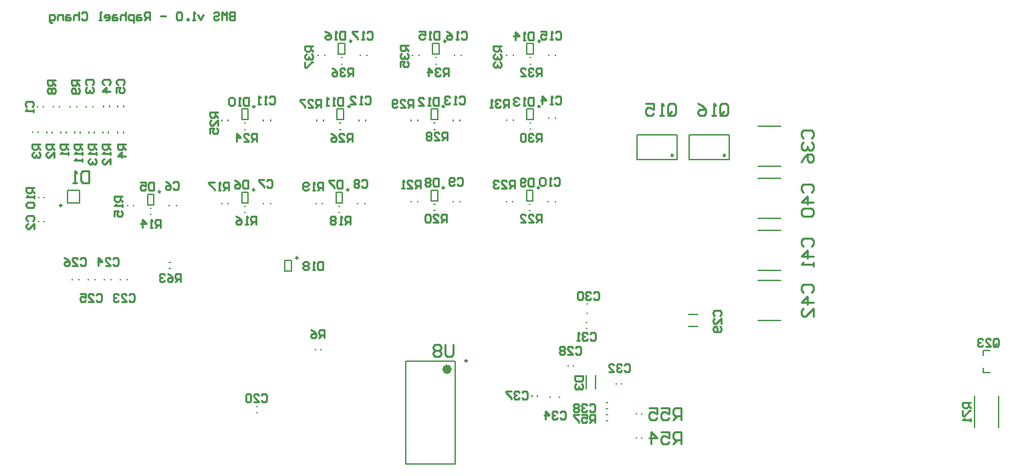
<source format=gbo>
G04 Layer_Color=32896*
%FSAX24Y24*%
%MOIN*%
G70*
G01*
G75*
%ADD44C,0.0100*%
%ADD71C,0.0098*%
%ADD73C,0.0080*%
%ADD74C,0.0236*%
%ADD75C,0.0079*%
%ADD136C,0.0039*%
D44*
X032850Y031850D02*
X032450D01*
Y031650D01*
X032517Y031583D01*
X032650D01*
X032717Y031650D01*
Y031850D01*
Y031717D02*
X032850Y031583D01*
X032517Y031450D02*
X032450Y031383D01*
Y031250D01*
X032517Y031184D01*
X032583D01*
X032650Y031250D01*
Y031317D01*
Y031250D01*
X032717Y031184D01*
X032783D01*
X032850Y031250D01*
Y031383D01*
X032783Y031450D01*
X032450Y031050D02*
Y030784D01*
X032517D01*
X032783Y031050D01*
X032850D01*
X033350Y021100D02*
Y020700D01*
X033150D01*
X033083Y020767D01*
Y021033D01*
X033150Y021100D01*
X033350D01*
X032950Y020700D02*
X032817D01*
X032883D01*
Y021100D01*
X032950Y021033D01*
X032617D02*
X032550Y021100D01*
X032417D01*
X032350Y021033D01*
Y020967D01*
X032417Y020900D01*
X032350Y020833D01*
Y020767D01*
X032417Y020700D01*
X032550D01*
X032617Y020767D01*
Y020833D01*
X032550Y020900D01*
X032617Y020967D01*
Y021033D01*
X032550Y020900D02*
X032417D01*
X028950Y033550D02*
Y033150D01*
X028750D01*
X028683Y033217D01*
Y033283D01*
X028750Y033350D01*
X028950D01*
X028750D01*
X028683Y033417D01*
Y033483D01*
X028750Y033550D01*
X028950D01*
X028550Y033150D02*
Y033550D01*
X028417Y033417D01*
X028284Y033550D01*
Y033150D01*
X027884Y033483D02*
X027950Y033550D01*
X028084D01*
X028150Y033483D01*
Y033417D01*
X028084Y033350D01*
X027950D01*
X027884Y033283D01*
Y033217D01*
X027950Y033150D01*
X028084D01*
X028150Y033217D01*
X027351Y033417D02*
X027217Y033150D01*
X027084Y033417D01*
X026951Y033150D02*
X026817D01*
X026884D01*
Y033550D01*
X026951Y033483D01*
X026617Y033150D02*
Y033217D01*
X026551D01*
Y033150D01*
X026617D01*
X026284Y033483D02*
X026218Y033550D01*
X026084D01*
X026018Y033483D01*
Y033217D01*
X026084Y033150D01*
X026218D01*
X026284Y033217D01*
Y033483D01*
X025484Y033350D02*
X025218D01*
X024685Y033150D02*
Y033550D01*
X024485D01*
X024418Y033483D01*
Y033350D01*
X024485Y033283D01*
X024685D01*
X024551D02*
X024418Y033150D01*
X024218Y033417D02*
X024085D01*
X024018Y033350D01*
Y033150D01*
X024218D01*
X024285Y033217D01*
X024218Y033283D01*
X024018D01*
X023885Y033017D02*
Y033417D01*
X023685D01*
X023618Y033350D01*
Y033217D01*
X023685Y033150D01*
X023885D01*
X023485Y033550D02*
Y033150D01*
Y033350D01*
X023418Y033417D01*
X023285D01*
X023219Y033350D01*
Y033150D01*
X023019Y033417D02*
X022885D01*
X022819Y033350D01*
Y033150D01*
X023019D01*
X023085Y033217D01*
X023019Y033283D01*
X022819D01*
X022485Y033150D02*
X022619D01*
X022685Y033217D01*
Y033350D01*
X022619Y033417D01*
X022485D01*
X022419Y033350D01*
Y033283D01*
X022685D01*
X022285Y033150D02*
X022152D01*
X022219D01*
Y033550D01*
X022285D01*
X021286Y033483D02*
X021352Y033550D01*
X021486D01*
X021552Y033483D01*
Y033217D01*
X021486Y033150D01*
X021352D01*
X021286Y033217D01*
X021153Y033550D02*
Y033150D01*
Y033350D01*
X021086Y033417D01*
X020953D01*
X020886Y033350D01*
Y033150D01*
X020686Y033417D02*
X020553D01*
X020486Y033350D01*
Y033150D01*
X020686D01*
X020753Y033217D01*
X020686Y033283D01*
X020486D01*
X020353Y033150D02*
Y033417D01*
X020153D01*
X020086Y033350D01*
Y033150D01*
X019820Y033017D02*
X019753D01*
X019686Y033083D01*
Y033417D01*
X019886D01*
X019953Y033350D01*
Y033217D01*
X019886Y033150D01*
X019686D01*
X039850Y016950D02*
Y016450D01*
X039750Y016350D01*
X039550D01*
X039450Y016450D01*
Y016950D01*
X039250Y016850D02*
X039150Y016950D01*
X038950D01*
X038850Y016850D01*
Y016750D01*
X038950Y016650D01*
X038850Y016550D01*
Y016450D01*
X038950Y016350D01*
X039150D01*
X039250Y016450D01*
Y016550D01*
X039150Y016650D01*
X039250Y016750D01*
Y016850D01*
X039150Y016650D02*
X038950D01*
X018567Y028833D02*
X018500Y028900D01*
Y029033D01*
X018567Y029100D01*
X018833D01*
X018900Y029033D01*
Y028900D01*
X018833Y028833D01*
X018900Y028700D02*
Y028567D01*
Y028633D01*
X018500D01*
X018567Y028700D01*
X018617Y023133D02*
X018550Y023200D01*
Y023333D01*
X018617Y023400D01*
X018883D01*
X018950Y023333D01*
Y023200D01*
X018883Y023133D01*
X018950Y022734D02*
Y023000D01*
X018683Y022734D01*
X018617D01*
X018550Y022800D01*
Y022933D01*
X018617Y023000D01*
X021567Y029933D02*
X021500Y030000D01*
Y030133D01*
X021567Y030200D01*
X021833D01*
X021900Y030133D01*
Y030000D01*
X021833Y029933D01*
X021567Y029800D02*
X021500Y029733D01*
Y029600D01*
X021567Y029534D01*
X021633D01*
X021700Y029600D01*
Y029667D01*
Y029600D01*
X021767Y029534D01*
X021833D01*
X021900Y029600D01*
Y029733D01*
X021833Y029800D01*
X022417Y029933D02*
X022350Y030000D01*
Y030133D01*
X022417Y030200D01*
X022683D01*
X022750Y030133D01*
Y030000D01*
X022683Y029933D01*
X022750Y029600D02*
X022350D01*
X022550Y029800D01*
Y029534D01*
X023117Y029933D02*
X023050Y030000D01*
Y030133D01*
X023117Y030200D01*
X023383D01*
X023450Y030133D01*
Y030000D01*
X023383Y029933D01*
X023050Y029534D02*
Y029800D01*
X023250D01*
X023183Y029667D01*
Y029600D01*
X023250Y029534D01*
X023383D01*
X023450Y029600D01*
Y029733D01*
X023383Y029800D01*
X025883Y025033D02*
X025950Y025100D01*
X026083D01*
X026150Y025033D01*
Y024767D01*
X026083Y024700D01*
X025950D01*
X025883Y024767D01*
X025484Y025100D02*
X025617Y025033D01*
X025750Y024900D01*
Y024767D01*
X025683Y024700D01*
X025550D01*
X025484Y024767D01*
Y024833D01*
X025550Y024900D01*
X025750D01*
X030533Y025133D02*
X030600Y025200D01*
X030733D01*
X030800Y025133D01*
Y024867D01*
X030733Y024800D01*
X030600D01*
X030533Y024867D01*
X030400Y025200D02*
X030134D01*
Y025133D01*
X030400Y024867D01*
Y024800D01*
X035283Y025133D02*
X035350Y025200D01*
X035483D01*
X035550Y025133D01*
Y024867D01*
X035483Y024800D01*
X035350D01*
X035283Y024867D01*
X035150Y025133D02*
X035083Y025200D01*
X034950D01*
X034884Y025133D01*
Y025067D01*
X034950Y025000D01*
X034884Y024933D01*
Y024867D01*
X034950Y024800D01*
X035083D01*
X035150Y024867D01*
Y024933D01*
X035083Y025000D01*
X035150Y025067D01*
Y025133D01*
X035083Y025000D02*
X034950D01*
X040033Y025233D02*
X040100Y025300D01*
X040233D01*
X040300Y025233D01*
Y024967D01*
X040233Y024900D01*
X040100D01*
X040033Y024967D01*
X039900D02*
X039833Y024900D01*
X039700D01*
X039634Y024967D01*
Y025233D01*
X039700Y025300D01*
X039833D01*
X039900Y025233D01*
Y025167D01*
X039833Y025100D01*
X039634D01*
X044883Y025233D02*
X044950Y025300D01*
X045083D01*
X045150Y025233D01*
Y024967D01*
X045083Y024900D01*
X044950D01*
X044883Y024967D01*
X044750Y024900D02*
X044617D01*
X044683D01*
Y025300D01*
X044750Y025233D01*
X044417D02*
X044350Y025300D01*
X044217D01*
X044150Y025233D01*
Y024967D01*
X044217Y024900D01*
X044350D01*
X044417Y024967D01*
Y025233D01*
X030683Y029283D02*
X030750Y029350D01*
X030883D01*
X030950Y029283D01*
Y029017D01*
X030883Y028950D01*
X030750D01*
X030683Y029017D01*
X030550Y028950D02*
X030417D01*
X030483D01*
Y029350D01*
X030550Y029283D01*
X030217Y028950D02*
X030084D01*
X030150D01*
Y029350D01*
X030217Y029283D01*
X035433D02*
X035500Y029350D01*
X035633D01*
X035700Y029283D01*
Y029017D01*
X035633Y028950D01*
X035500D01*
X035433Y029017D01*
X035300Y028950D02*
X035167D01*
X035233D01*
Y029350D01*
X035300Y029283D01*
X034700Y028950D02*
X034967D01*
X034700Y029217D01*
Y029283D01*
X034767Y029350D01*
X034900D01*
X034967Y029283D01*
X040133D02*
X040200Y029350D01*
X040333D01*
X040400Y029283D01*
Y029017D01*
X040333Y028950D01*
X040200D01*
X040133Y029017D01*
X040000Y028950D02*
X039867D01*
X039933D01*
Y029350D01*
X040000Y029283D01*
X039667D02*
X039600Y029350D01*
X039467D01*
X039400Y029283D01*
Y029217D01*
X039467Y029150D01*
X039534D01*
X039467D01*
X039400Y029083D01*
Y029017D01*
X039467Y028950D01*
X039600D01*
X039667Y029017D01*
X044933Y029283D02*
X045000Y029350D01*
X045133D01*
X045200Y029283D01*
Y029017D01*
X045133Y028950D01*
X045000D01*
X044933Y029017D01*
X044800Y028950D02*
X044667D01*
X044733D01*
Y029350D01*
X044800Y029283D01*
X044267Y028950D02*
Y029350D01*
X044467Y029150D01*
X044200D01*
X044933Y032533D02*
X045000Y032600D01*
X045133D01*
X045200Y032533D01*
Y032267D01*
X045133Y032200D01*
X045000D01*
X044933Y032267D01*
X044800Y032200D02*
X044667D01*
X044733D01*
Y032600D01*
X044800Y032533D01*
X044200Y032600D02*
X044467D01*
Y032400D01*
X044334Y032467D01*
X044267D01*
X044200Y032400D01*
Y032267D01*
X044267Y032200D01*
X044400D01*
X044467Y032267D01*
X040233Y032533D02*
X040300Y032600D01*
X040433D01*
X040500Y032533D01*
Y032267D01*
X040433Y032200D01*
X040300D01*
X040233Y032267D01*
X040100Y032200D02*
X039967D01*
X040033D01*
Y032600D01*
X040100Y032533D01*
X039500Y032600D02*
X039634Y032533D01*
X039767Y032400D01*
Y032267D01*
X039700Y032200D01*
X039567D01*
X039500Y032267D01*
Y032333D01*
X039567Y032400D01*
X039767D01*
X035533Y032533D02*
X035600Y032600D01*
X035733D01*
X035800Y032533D01*
Y032267D01*
X035733Y032200D01*
X035600D01*
X035533Y032267D01*
X035400Y032200D02*
X035267D01*
X035333D01*
Y032600D01*
X035400Y032533D01*
X035067Y032600D02*
X034800D01*
Y032533D01*
X035067Y032267D01*
Y032200D01*
X030283Y014433D02*
X030350Y014500D01*
X030483D01*
X030550Y014433D01*
Y014167D01*
X030483Y014100D01*
X030350D01*
X030283Y014167D01*
X029884Y014100D02*
X030150D01*
X029884Y014367D01*
Y014433D01*
X029950Y014500D01*
X030083D01*
X030150Y014433D01*
X029750D02*
X029684Y014500D01*
X029550D01*
X029484Y014433D01*
Y014167D01*
X029550Y014100D01*
X029684D01*
X029750Y014167D01*
Y014433D01*
X023683Y019433D02*
X023750Y019500D01*
X023883D01*
X023950Y019433D01*
Y019167D01*
X023883Y019100D01*
X023750D01*
X023683Y019167D01*
X023284Y019100D02*
X023550D01*
X023284Y019367D01*
Y019433D01*
X023350Y019500D01*
X023483D01*
X023550Y019433D01*
X023150D02*
X023084Y019500D01*
X022950D01*
X022884Y019433D01*
Y019367D01*
X022950Y019300D01*
X023017D01*
X022950D01*
X022884Y019233D01*
Y019167D01*
X022950Y019100D01*
X023084D01*
X023150Y019167D01*
X022883Y021233D02*
X022950Y021300D01*
X023083D01*
X023150Y021233D01*
Y020967D01*
X023083Y020900D01*
X022950D01*
X022883Y020967D01*
X022484Y020900D02*
X022750D01*
X022484Y021167D01*
Y021233D01*
X022550Y021300D01*
X022683D01*
X022750Y021233D01*
X022150Y020900D02*
Y021300D01*
X022350Y021100D01*
X022084D01*
X022033Y019433D02*
X022100Y019500D01*
X022233D01*
X022300Y019433D01*
Y019167D01*
X022233Y019100D01*
X022100D01*
X022033Y019167D01*
X021634Y019100D02*
X021900D01*
X021634Y019367D01*
Y019433D01*
X021700Y019500D01*
X021833D01*
X021900Y019433D01*
X021234Y019500D02*
X021500D01*
Y019300D01*
X021367Y019367D01*
X021300D01*
X021234Y019300D01*
Y019167D01*
X021300Y019100D01*
X021434D01*
X021500Y019167D01*
X021233Y021233D02*
X021300Y021300D01*
X021433D01*
X021500Y021233D01*
Y020967D01*
X021433Y020900D01*
X021300D01*
X021233Y020967D01*
X020834Y020900D02*
X021100D01*
X020834Y021167D01*
Y021233D01*
X020900Y021300D01*
X021033D01*
X021100Y021233D01*
X020434Y021300D02*
X020567Y021233D01*
X020700Y021100D01*
Y020967D01*
X020634Y020900D01*
X020500D01*
X020434Y020967D01*
Y021033D01*
X020500Y021100D01*
X020700D01*
X045933Y016783D02*
X046000Y016850D01*
X046133D01*
X046200Y016783D01*
Y016517D01*
X046133Y016450D01*
X046000D01*
X045933Y016517D01*
X045534Y016450D02*
X045800D01*
X045534Y016717D01*
Y016783D01*
X045600Y016850D01*
X045733D01*
X045800Y016783D01*
X045400D02*
X045334Y016850D01*
X045200D01*
X045134Y016783D01*
Y016717D01*
X045200Y016650D01*
X045134Y016583D01*
Y016517D01*
X045200Y016450D01*
X045334D01*
X045400Y016517D01*
Y016583D01*
X045334Y016650D01*
X045400Y016717D01*
Y016783D01*
X045334Y016650D02*
X045200D01*
X052867Y018383D02*
X052800Y018450D01*
Y018583D01*
X052867Y018650D01*
X053133D01*
X053200Y018583D01*
Y018450D01*
X053133Y018383D01*
X053200Y017984D02*
Y018250D01*
X052933Y017984D01*
X052867D01*
X052800Y018050D01*
Y018183D01*
X052867Y018250D01*
X053133Y017850D02*
X053200Y017784D01*
Y017650D01*
X053133Y017584D01*
X052867D01*
X052800Y017650D01*
Y017784D01*
X052867Y017850D01*
X052933D01*
X053000Y017784D01*
Y017584D01*
X046830Y019533D02*
X046897Y019600D01*
X047030D01*
X047096Y019533D01*
Y019267D01*
X047030Y019200D01*
X046897D01*
X046830Y019267D01*
X046697Y019533D02*
X046630Y019600D01*
X046497D01*
X046430Y019533D01*
Y019467D01*
X046497Y019400D01*
X046563D01*
X046497D01*
X046430Y019333D01*
Y019267D01*
X046497Y019200D01*
X046630D01*
X046697Y019267D01*
X046297Y019533D02*
X046230Y019600D01*
X046097D01*
X046030Y019533D01*
Y019267D01*
X046097Y019200D01*
X046230D01*
X046297Y019267D01*
Y019533D01*
X046680Y017483D02*
X046747Y017550D01*
X046880D01*
X046946Y017483D01*
Y017217D01*
X046880Y017150D01*
X046747D01*
X046680Y017217D01*
X046547Y017483D02*
X046480Y017550D01*
X046347D01*
X046280Y017483D01*
Y017417D01*
X046347Y017350D01*
X046413D01*
X046347D01*
X046280Y017283D01*
Y017217D01*
X046347Y017150D01*
X046480D01*
X046547Y017217D01*
X046147Y017150D02*
X046013D01*
X046080D01*
Y017550D01*
X046147Y017483D01*
X048383Y015933D02*
X048450Y016000D01*
X048583D01*
X048650Y015933D01*
Y015667D01*
X048583Y015600D01*
X048450D01*
X048383Y015667D01*
X048250Y015933D02*
X048183Y016000D01*
X048050D01*
X047984Y015933D01*
Y015867D01*
X048050Y015800D01*
X048117D01*
X048050D01*
X047984Y015733D01*
Y015667D01*
X048050Y015600D01*
X048183D01*
X048250Y015667D01*
X047584Y015600D02*
X047850D01*
X047584Y015867D01*
Y015933D01*
X047650Y016000D01*
X047784D01*
X047850Y015933D01*
X045157Y013552D02*
X045224Y013619D01*
X045357D01*
X045424Y013552D01*
Y013286D01*
X045357Y013219D01*
X045224D01*
X045157Y013286D01*
X045024Y013552D02*
X044957Y013619D01*
X044824D01*
X044757Y013552D01*
Y013485D01*
X044824Y013419D01*
X044891D01*
X044824D01*
X044757Y013352D01*
Y013286D01*
X044824Y013219D01*
X044957D01*
X045024Y013286D01*
X044424Y013219D02*
Y013619D01*
X044624Y013419D01*
X044358D01*
X057300Y027250D02*
X057200Y027350D01*
Y027550D01*
X057300Y027650D01*
X057700D01*
X057800Y027550D01*
Y027350D01*
X057700Y027250D01*
X057300Y027050D02*
X057200Y026950D01*
Y026750D01*
X057300Y026650D01*
X057400D01*
X057500Y026750D01*
Y026850D01*
Y026750D01*
X057600Y026650D01*
X057700D01*
X057800Y026750D01*
Y026950D01*
X057700Y027050D01*
X057200Y026051D02*
X057300Y026250D01*
X057500Y026450D01*
X057700D01*
X057800Y026350D01*
Y026150D01*
X057700Y026051D01*
X057600D01*
X057500Y026150D01*
Y026450D01*
X043257Y014552D02*
X043324Y014619D01*
X043457D01*
X043524Y014552D01*
Y014286D01*
X043457Y014219D01*
X043324D01*
X043257Y014286D01*
X043124Y014552D02*
X043057Y014619D01*
X042924D01*
X042857Y014552D01*
Y014485D01*
X042924Y014419D01*
X042991D01*
X042924D01*
X042857Y014352D01*
Y014286D01*
X042924Y014219D01*
X043057D01*
X043124Y014286D01*
X042724Y014619D02*
X042458D01*
Y014552D01*
X042724Y014286D01*
Y014219D01*
X046633Y013933D02*
X046700Y014000D01*
X046833D01*
X046900Y013933D01*
Y013667D01*
X046833Y013600D01*
X046700D01*
X046633Y013667D01*
X046500Y013933D02*
X046433Y014000D01*
X046300D01*
X046234Y013933D01*
Y013867D01*
X046300Y013800D01*
X046367D01*
X046300D01*
X046234Y013733D01*
Y013667D01*
X046300Y013600D01*
X046433D01*
X046500Y013667D01*
X046100Y013933D02*
X046034Y014000D01*
X045900D01*
X045834Y013933D01*
Y013867D01*
X045900Y013800D01*
X045834Y013733D01*
Y013667D01*
X045900Y013600D01*
X046034D01*
X046100Y013667D01*
Y013733D01*
X046034Y013800D01*
X046100Y013867D01*
Y013933D01*
X046034Y013800D02*
X045900D01*
X057300Y024550D02*
X057200Y024650D01*
Y024850D01*
X057300Y024950D01*
X057700D01*
X057800Y024850D01*
Y024650D01*
X057700Y024550D01*
X057800Y024050D02*
X057200D01*
X057500Y024350D01*
Y023950D01*
X057300Y023750D02*
X057200Y023650D01*
Y023450D01*
X057300Y023351D01*
X057700D01*
X057800Y023450D01*
Y023650D01*
X057700Y023750D01*
X057300D01*
Y021850D02*
X057200Y021950D01*
Y022150D01*
X057300Y022250D01*
X057700D01*
X057800Y022150D01*
Y021950D01*
X057700Y021850D01*
X057800Y021350D02*
X057200D01*
X057500Y021650D01*
Y021250D01*
X057800Y021050D02*
Y020850D01*
Y020950D01*
X057200D01*
X057300Y021050D01*
Y019550D02*
X057200Y019650D01*
Y019850D01*
X057300Y019950D01*
X057700D01*
X057800Y019850D01*
Y019650D01*
X057700Y019550D01*
X057800Y019050D02*
X057200D01*
X057500Y019350D01*
Y018950D01*
X057800Y018351D02*
Y018750D01*
X057400Y018351D01*
X057300D01*
X057200Y018450D01*
Y018650D01*
X057300Y018750D01*
X021670Y025610D02*
Y025010D01*
X021370D01*
X021270Y025110D01*
Y025510D01*
X021370Y025610D01*
X021670D01*
X021070Y025010D02*
X020870D01*
X020970D01*
Y025610D01*
X021070Y025510D01*
X045900Y015400D02*
X046300D01*
Y015200D01*
X046233Y015133D01*
X045967D01*
X045900Y015200D01*
Y015400D01*
X045967Y015000D02*
X045900Y014933D01*
Y014800D01*
X045967Y014734D01*
X046033D01*
X046100Y014800D01*
Y014867D01*
Y014800D01*
X046167Y014734D01*
X046233D01*
X046300Y014800D01*
Y014933D01*
X046233Y015000D01*
X024900Y025050D02*
Y024650D01*
X024700D01*
X024633Y024717D01*
Y024983D01*
X024700Y025050D01*
X024900D01*
X024234D02*
X024500D01*
Y024850D01*
X024367Y024917D01*
X024300D01*
X024234Y024850D01*
Y024717D01*
X024300Y024650D01*
X024433D01*
X024500Y024717D01*
X029600Y025150D02*
Y024750D01*
X029400D01*
X029333Y024817D01*
Y025083D01*
X029400Y025150D01*
X029600D01*
X028934D02*
X029067Y025083D01*
X029200Y024950D01*
Y024817D01*
X029133Y024750D01*
X029000D01*
X028934Y024817D01*
Y024883D01*
X029000Y024950D01*
X029200D01*
X034300Y025150D02*
Y024750D01*
X034100D01*
X034033Y024817D01*
Y025083D01*
X034100Y025150D01*
X034300D01*
X033900D02*
X033634D01*
Y025083D01*
X033900Y024817D01*
Y024750D01*
X039100Y025250D02*
Y024850D01*
X038900D01*
X038833Y024917D01*
Y025183D01*
X038900Y025250D01*
X039100D01*
X038700Y025183D02*
X038633Y025250D01*
X038500D01*
X038434Y025183D01*
Y025117D01*
X038500Y025050D01*
X038434Y024983D01*
Y024917D01*
X038500Y024850D01*
X038633D01*
X038700Y024917D01*
Y024983D01*
X038633Y025050D01*
X038700Y025117D01*
Y025183D01*
X038633Y025050D02*
X038500D01*
X043850Y025250D02*
Y024850D01*
X043650D01*
X043583Y024917D01*
Y025183D01*
X043650Y025250D01*
X043850D01*
X043450Y024917D02*
X043383Y024850D01*
X043250D01*
X043184Y024917D01*
Y025183D01*
X043250Y025250D01*
X043383D01*
X043450Y025183D01*
Y025117D01*
X043383Y025050D01*
X043184D01*
X029650Y029300D02*
Y028900D01*
X029450D01*
X029383Y028967D01*
Y029233D01*
X029450Y029300D01*
X029650D01*
X029250Y028900D02*
X029117D01*
X029183D01*
Y029300D01*
X029250Y029233D01*
X028917D02*
X028850Y029300D01*
X028717D01*
X028650Y029233D01*
Y028967D01*
X028717Y028900D01*
X028850D01*
X028917Y028967D01*
Y029233D01*
X034350Y029300D02*
Y028900D01*
X034150D01*
X034083Y028967D01*
Y029233D01*
X034150Y029300D01*
X034350D01*
X033950Y028900D02*
X033817D01*
X033883D01*
Y029300D01*
X033950Y029233D01*
X033617Y028900D02*
X033484D01*
X033550D01*
Y029300D01*
X033617Y029233D01*
X039100Y029300D02*
Y028900D01*
X038900D01*
X038833Y028967D01*
Y029233D01*
X038900Y029300D01*
X039100D01*
X038700Y028900D02*
X038567D01*
X038633D01*
Y029300D01*
X038700Y029233D01*
X038100Y028900D02*
X038367D01*
X038100Y029167D01*
Y029233D01*
X038167Y029300D01*
X038300D01*
X038367Y029233D01*
X043850Y029300D02*
Y028900D01*
X043650D01*
X043583Y028967D01*
Y029233D01*
X043650Y029300D01*
X043850D01*
X043450Y028900D02*
X043317D01*
X043383D01*
Y029300D01*
X043450Y029233D01*
X043117D02*
X043050Y029300D01*
X042917D01*
X042850Y029233D01*
Y029167D01*
X042917Y029100D01*
X042984D01*
X042917D01*
X042850Y029033D01*
Y028967D01*
X042917Y028900D01*
X043050D01*
X043117Y028967D01*
X043850Y032550D02*
Y032150D01*
X043650D01*
X043583Y032217D01*
Y032483D01*
X043650Y032550D01*
X043850D01*
X043450Y032150D02*
X043317D01*
X043383D01*
Y032550D01*
X043450Y032483D01*
X042917Y032150D02*
Y032550D01*
X043117Y032350D01*
X042850D01*
X039150Y032600D02*
Y032200D01*
X038950D01*
X038883Y032267D01*
Y032533D01*
X038950Y032600D01*
X039150D01*
X038750Y032200D02*
X038617D01*
X038683D01*
Y032600D01*
X038750Y032533D01*
X038150Y032600D02*
X038417D01*
Y032400D01*
X038284Y032467D01*
X038217D01*
X038150Y032400D01*
Y032267D01*
X038217Y032200D01*
X038350D01*
X038417Y032267D01*
X034450Y032600D02*
Y032200D01*
X034250D01*
X034183Y032267D01*
Y032533D01*
X034250Y032600D01*
X034450D01*
X034050Y032200D02*
X033917D01*
X033983D01*
Y032600D01*
X034050Y032533D01*
X033450Y032600D02*
X033584Y032533D01*
X033717Y032400D01*
Y032267D01*
X033650Y032200D01*
X033517D01*
X033450Y032267D01*
Y032333D01*
X033517Y032400D01*
X033717D01*
X050520Y028470D02*
Y028870D01*
X050620Y028970D01*
X050820D01*
X050920Y028870D01*
Y028470D01*
X050820Y028370D01*
X050620D01*
X050720Y028570D02*
X050520Y028370D01*
X050620D02*
X050520Y028470D01*
X050320Y028370D02*
X050120D01*
X050220D01*
Y028970D01*
X050320Y028870D01*
X049420Y028970D02*
X049820D01*
Y028670D01*
X049620Y028770D01*
X049520D01*
X049420Y028670D01*
Y028470D01*
X049520Y028370D01*
X049720D01*
X049820Y028470D01*
X053120D02*
Y028870D01*
X053220Y028970D01*
X053420D01*
X053520Y028870D01*
Y028470D01*
X053420Y028370D01*
X053220D01*
X053320Y028570D02*
X053120Y028370D01*
X053220D02*
X053120Y028470D01*
X052920Y028370D02*
X052720D01*
X052820D01*
Y028970D01*
X052920Y028870D01*
X052020Y028970D02*
X052220Y028870D01*
X052420Y028670D01*
Y028470D01*
X052320Y028370D01*
X052120D01*
X052020Y028470D01*
Y028570D01*
X052120Y028670D01*
X052420D01*
X020650Y026950D02*
X020250D01*
Y026750D01*
X020317Y026683D01*
X020450D01*
X020517Y026750D01*
Y026950D01*
Y026817D02*
X020650Y026683D01*
Y026550D02*
Y026417D01*
Y026483D01*
X020250D01*
X020317Y026550D01*
X019950Y026950D02*
X019550D01*
Y026750D01*
X019617Y026683D01*
X019750D01*
X019817Y026750D01*
Y026950D01*
Y026817D02*
X019950Y026683D01*
Y026284D02*
Y026550D01*
X019683Y026284D01*
X019617D01*
X019550Y026350D01*
Y026483D01*
X019617Y026550D01*
X019250Y026950D02*
X018850D01*
Y026750D01*
X018917Y026683D01*
X019050D01*
X019117Y026750D01*
Y026950D01*
Y026817D02*
X019250Y026683D01*
X018917Y026550D02*
X018850Y026483D01*
Y026350D01*
X018917Y026284D01*
X018983D01*
X019050Y026350D01*
Y026417D01*
Y026350D01*
X019117Y026284D01*
X019183D01*
X019250Y026350D01*
Y026483D01*
X019183Y026550D01*
X023500Y026950D02*
X023100D01*
Y026750D01*
X023167Y026683D01*
X023300D01*
X023367Y026750D01*
Y026950D01*
Y026817D02*
X023500Y026683D01*
Y026350D02*
X023100D01*
X023300Y026550D01*
Y026284D01*
X033400Y017300D02*
Y017700D01*
X033200D01*
X033133Y017633D01*
Y017500D01*
X033200Y017433D01*
X033400D01*
X033267D02*
X033133Y017300D01*
X032734Y017700D02*
X032867Y017633D01*
X033000Y017500D01*
Y017367D01*
X032933Y017300D01*
X032800D01*
X032734Y017367D01*
Y017433D01*
X032800Y017500D01*
X033000D01*
X020000Y030150D02*
X019600D01*
Y029950D01*
X019667Y029883D01*
X019800D01*
X019867Y029950D01*
Y030150D01*
Y030017D02*
X020000Y029883D01*
X019667Y029750D02*
X019600Y029683D01*
Y029550D01*
X019667Y029484D01*
X019733D01*
X019800Y029550D01*
X019867Y029484D01*
X019933D01*
X020000Y029550D01*
Y029683D01*
X019933Y029750D01*
X019867D01*
X019800Y029683D01*
X019733Y029750D01*
X019667D01*
X019800Y029683D02*
Y029550D01*
X021200Y030150D02*
X020800D01*
Y029950D01*
X020867Y029883D01*
X021000D01*
X021067Y029950D01*
Y030150D01*
Y030017D02*
X021200Y029883D01*
X021133Y029750D02*
X021200Y029683D01*
Y029550D01*
X021133Y029484D01*
X020867D01*
X020800Y029550D01*
Y029683D01*
X020867Y029750D01*
X020933D01*
X021000Y029683D01*
Y029484D01*
X018950Y024800D02*
X018550D01*
Y024600D01*
X018617Y024533D01*
X018750D01*
X018817Y024600D01*
Y024800D01*
Y024667D02*
X018950Y024533D01*
Y024400D02*
Y024267D01*
Y024333D01*
X018550D01*
X018617Y024400D01*
Y024067D02*
X018550Y024000D01*
Y023867D01*
X018617Y023800D01*
X018883D01*
X018950Y023867D01*
Y024000D01*
X018883Y024067D01*
X018617D01*
X021350Y026950D02*
X020950D01*
Y026750D01*
X021017Y026683D01*
X021150D01*
X021217Y026750D01*
Y026950D01*
Y026817D02*
X021350Y026683D01*
Y026550D02*
Y026417D01*
Y026483D01*
X020950D01*
X021017Y026550D01*
X021350Y026217D02*
Y026084D01*
Y026150D01*
X020950D01*
X021017Y026217D01*
X022750Y026950D02*
X022350D01*
Y026750D01*
X022417Y026683D01*
X022550D01*
X022617Y026750D01*
Y026950D01*
Y026817D02*
X022750Y026683D01*
Y026550D02*
Y026417D01*
Y026483D01*
X022350D01*
X022417Y026550D01*
X022750Y025950D02*
Y026217D01*
X022483Y025950D01*
X022417D01*
X022350Y026017D01*
Y026150D01*
X022417Y026217D01*
X022050Y026950D02*
X021650D01*
Y026750D01*
X021717Y026683D01*
X021850D01*
X021917Y026750D01*
Y026950D01*
Y026817D02*
X022050Y026683D01*
Y026550D02*
Y026417D01*
Y026483D01*
X021650D01*
X021717Y026550D01*
Y026217D02*
X021650Y026150D01*
Y026017D01*
X021717Y025950D01*
X021783D01*
X021850Y026017D01*
Y026084D01*
Y026017D01*
X021917Y025950D01*
X021983D01*
X022050Y026017D01*
Y026150D01*
X021983Y026217D01*
X025250Y022800D02*
Y023200D01*
X025050D01*
X024983Y023133D01*
Y023000D01*
X025050Y022933D01*
X025250D01*
X025117D02*
X024983Y022800D01*
X024850D02*
X024717D01*
X024783D01*
Y023200D01*
X024850Y023133D01*
X024317Y022800D02*
Y023200D01*
X024517Y023000D01*
X024250D01*
X023350Y024350D02*
X022950D01*
Y024150D01*
X023017Y024083D01*
X023150D01*
X023217Y024150D01*
Y024350D01*
Y024217D02*
X023350Y024083D01*
Y023950D02*
Y023817D01*
Y023883D01*
X022950D01*
X023017Y023950D01*
X022950Y023350D02*
Y023617D01*
X023150D01*
X023083Y023484D01*
Y023417D01*
X023150Y023350D01*
X023283D01*
X023350Y023417D01*
Y023550D01*
X023283Y023617D01*
X030000Y022950D02*
Y023350D01*
X029800D01*
X029733Y023283D01*
Y023150D01*
X029800Y023083D01*
X030000D01*
X029867D02*
X029733Y022950D01*
X029600D02*
X029467D01*
X029533D01*
Y023350D01*
X029600Y023283D01*
X029000Y023350D02*
X029134Y023283D01*
X029267Y023150D01*
Y023017D01*
X029200Y022950D01*
X029067D01*
X029000Y023017D01*
Y023083D01*
X029067Y023150D01*
X029267D01*
X028650Y024650D02*
Y025050D01*
X028450D01*
X028383Y024983D01*
Y024850D01*
X028450Y024783D01*
X028650D01*
X028517D02*
X028383Y024650D01*
X028250D02*
X028117D01*
X028183D01*
Y025050D01*
X028250Y024983D01*
X027917Y025050D02*
X027650D01*
Y024983D01*
X027917Y024717D01*
Y024650D01*
X034700Y022950D02*
Y023350D01*
X034500D01*
X034433Y023283D01*
Y023150D01*
X034500Y023083D01*
X034700D01*
X034567D02*
X034433Y022950D01*
X034300D02*
X034167D01*
X034233D01*
Y023350D01*
X034300Y023283D01*
X033967D02*
X033900Y023350D01*
X033767D01*
X033700Y023283D01*
Y023217D01*
X033767Y023150D01*
X033700Y023083D01*
Y023017D01*
X033767Y022950D01*
X033900D01*
X033967Y023017D01*
Y023083D01*
X033900Y023150D01*
X033967Y023217D01*
Y023283D01*
X033900Y023150D02*
X033767D01*
X033350Y024650D02*
Y025050D01*
X033150D01*
X033083Y024983D01*
Y024850D01*
X033150Y024783D01*
X033350D01*
X033217D02*
X033083Y024650D01*
X032950D02*
X032817D01*
X032883D01*
Y025050D01*
X032950Y024983D01*
X032617Y024717D02*
X032550Y024650D01*
X032417D01*
X032350Y024717D01*
Y024983D01*
X032417Y025050D01*
X032550D01*
X032617Y024983D01*
Y024917D01*
X032550Y024850D01*
X032350D01*
X039500Y023050D02*
Y023450D01*
X039300D01*
X039233Y023383D01*
Y023250D01*
X039300Y023183D01*
X039500D01*
X039367D02*
X039233Y023050D01*
X038834D02*
X039100D01*
X038834Y023317D01*
Y023383D01*
X038900Y023450D01*
X039033D01*
X039100Y023383D01*
X038700D02*
X038634Y023450D01*
X038500D01*
X038434Y023383D01*
Y023117D01*
X038500Y023050D01*
X038634D01*
X038700Y023117D01*
Y023383D01*
X038200Y024750D02*
Y025150D01*
X038000D01*
X037933Y025083D01*
Y024950D01*
X038000Y024883D01*
X038200D01*
X038067D02*
X037933Y024750D01*
X037534D02*
X037800D01*
X037534Y025017D01*
Y025083D01*
X037600Y025150D01*
X037733D01*
X037800Y025083D01*
X037400Y024750D02*
X037267D01*
X037334D01*
Y025150D01*
X037400Y025083D01*
X044250Y023050D02*
Y023450D01*
X044050D01*
X043983Y023383D01*
Y023250D01*
X044050Y023183D01*
X044250D01*
X044117D02*
X043983Y023050D01*
X043584D02*
X043850D01*
X043584Y023317D01*
Y023383D01*
X043650Y023450D01*
X043783D01*
X043850Y023383D01*
X043184Y023050D02*
X043450D01*
X043184Y023317D01*
Y023383D01*
X043250Y023450D01*
X043384D01*
X043450Y023383D01*
X042900Y024750D02*
Y025150D01*
X042700D01*
X042633Y025083D01*
Y024950D01*
X042700Y024883D01*
X042900D01*
X042767D02*
X042633Y024750D01*
X042234D02*
X042500D01*
X042234Y025017D01*
Y025083D01*
X042300Y025150D01*
X042433D01*
X042500Y025083D01*
X042100D02*
X042034Y025150D01*
X041900D01*
X041834Y025083D01*
Y025017D01*
X041900Y024950D01*
X041967D01*
X041900D01*
X041834Y024883D01*
Y024817D01*
X041900Y024750D01*
X042034D01*
X042100Y024817D01*
X030050Y027100D02*
Y027500D01*
X029850D01*
X029783Y027433D01*
Y027300D01*
X029850Y027233D01*
X030050D01*
X029917D02*
X029783Y027100D01*
X029384D02*
X029650D01*
X029384Y027367D01*
Y027433D01*
X029450Y027500D01*
X029583D01*
X029650Y027433D01*
X029050Y027100D02*
Y027500D01*
X029250Y027300D01*
X028984D01*
X028100Y028550D02*
X027700D01*
Y028350D01*
X027767Y028283D01*
X027900D01*
X027967Y028350D01*
Y028550D01*
Y028417D02*
X028100Y028283D01*
Y027884D02*
Y028150D01*
X027833Y027884D01*
X027767D01*
X027700Y027950D01*
Y028083D01*
X027767Y028150D01*
X027700Y027484D02*
Y027750D01*
X027900D01*
X027833Y027617D01*
Y027550D01*
X027900Y027484D01*
X028033D01*
X028100Y027550D01*
Y027684D01*
X028033Y027750D01*
X034800Y027100D02*
Y027500D01*
X034600D01*
X034533Y027433D01*
Y027300D01*
X034600Y027233D01*
X034800D01*
X034667D02*
X034533Y027100D01*
X034134D02*
X034400D01*
X034134Y027367D01*
Y027433D01*
X034200Y027500D01*
X034333D01*
X034400Y027433D01*
X033734Y027500D02*
X033867Y027433D01*
X034000Y027300D01*
Y027167D01*
X033934Y027100D01*
X033800D01*
X033734Y027167D01*
Y027233D01*
X033800Y027300D01*
X034000D01*
X033250Y028800D02*
Y029200D01*
X033050D01*
X032983Y029133D01*
Y029000D01*
X033050Y028933D01*
X033250D01*
X033117D02*
X032983Y028800D01*
X032584D02*
X032850D01*
X032584Y029067D01*
Y029133D01*
X032650Y029200D01*
X032783D01*
X032850Y029133D01*
X032450Y029200D02*
X032184D01*
Y029133D01*
X032450Y028867D01*
Y028800D01*
X039550Y027150D02*
Y027550D01*
X039350D01*
X039283Y027483D01*
Y027350D01*
X039350Y027283D01*
X039550D01*
X039417D02*
X039283Y027150D01*
X038884D02*
X039150D01*
X038884Y027417D01*
Y027483D01*
X038950Y027550D01*
X039083D01*
X039150Y027483D01*
X038750D02*
X038684Y027550D01*
X038550D01*
X038484Y027483D01*
Y027417D01*
X038550Y027350D01*
X038484Y027283D01*
Y027217D01*
X038550Y027150D01*
X038684D01*
X038750Y027217D01*
Y027283D01*
X038684Y027350D01*
X038750Y027417D01*
Y027483D01*
X038684Y027350D02*
X038550D01*
X037850Y028800D02*
Y029200D01*
X037650D01*
X037583Y029133D01*
Y029000D01*
X037650Y028933D01*
X037850D01*
X037717D02*
X037583Y028800D01*
X037184D02*
X037450D01*
X037184Y029067D01*
Y029133D01*
X037250Y029200D01*
X037383D01*
X037450Y029133D01*
X037050Y028867D02*
X036984Y028800D01*
X036850D01*
X036784Y028867D01*
Y029133D01*
X036850Y029200D01*
X036984D01*
X037050Y029133D01*
Y029067D01*
X036984Y029000D01*
X036784D01*
X044250Y027100D02*
Y027500D01*
X044050D01*
X043983Y027433D01*
Y027300D01*
X044050Y027233D01*
X044250D01*
X044117D02*
X043983Y027100D01*
X043850Y027433D02*
X043783Y027500D01*
X043650D01*
X043584Y027433D01*
Y027367D01*
X043650Y027300D01*
X043717D01*
X043650D01*
X043584Y027233D01*
Y027167D01*
X043650Y027100D01*
X043783D01*
X043850Y027167D01*
X043450Y027433D02*
X043384Y027500D01*
X043250D01*
X043184Y027433D01*
Y027167D01*
X043250Y027100D01*
X043384D01*
X043450Y027167D01*
Y027433D01*
X042600Y028800D02*
Y029200D01*
X042400D01*
X042333Y029133D01*
Y029000D01*
X042400Y028933D01*
X042600D01*
X042467D02*
X042333Y028800D01*
X042200Y029133D02*
X042133Y029200D01*
X042000D01*
X041934Y029133D01*
Y029067D01*
X042000Y029000D01*
X042067D01*
X042000D01*
X041934Y028933D01*
Y028867D01*
X042000Y028800D01*
X042133D01*
X042200Y028867D01*
X041800Y028800D02*
X041667D01*
X041734D01*
Y029200D01*
X041800Y029133D01*
X044250Y030350D02*
Y030750D01*
X044050D01*
X043983Y030683D01*
Y030550D01*
X044050Y030483D01*
X044250D01*
X044117D02*
X043983Y030350D01*
X043850Y030683D02*
X043783Y030750D01*
X043650D01*
X043584Y030683D01*
Y030617D01*
X043650Y030550D01*
X043717D01*
X043650D01*
X043584Y030483D01*
Y030417D01*
X043650Y030350D01*
X043783D01*
X043850Y030417D01*
X043184Y030350D02*
X043450D01*
X043184Y030617D01*
Y030683D01*
X043250Y030750D01*
X043384D01*
X043450Y030683D01*
X042250Y031850D02*
X041850D01*
Y031650D01*
X041917Y031583D01*
X042050D01*
X042117Y031650D01*
Y031850D01*
Y031717D02*
X042250Y031583D01*
X041917Y031450D02*
X041850Y031383D01*
Y031250D01*
X041917Y031184D01*
X041983D01*
X042050Y031250D01*
Y031317D01*
Y031250D01*
X042117Y031184D01*
X042183D01*
X042250Y031250D01*
Y031383D01*
X042183Y031450D01*
X041917Y031050D02*
X041850Y030984D01*
Y030850D01*
X041917Y030784D01*
X041983D01*
X042050Y030850D01*
Y030917D01*
Y030850D01*
X042117Y030784D01*
X042183D01*
X042250Y030850D01*
Y030984D01*
X042183Y031050D01*
X039600Y030350D02*
Y030750D01*
X039400D01*
X039333Y030683D01*
Y030550D01*
X039400Y030483D01*
X039600D01*
X039467D02*
X039333Y030350D01*
X039200Y030683D02*
X039133Y030750D01*
X039000D01*
X038934Y030683D01*
Y030617D01*
X039000Y030550D01*
X039067D01*
X039000D01*
X038934Y030483D01*
Y030417D01*
X039000Y030350D01*
X039133D01*
X039200Y030417D01*
X038600Y030350D02*
Y030750D01*
X038800Y030550D01*
X038534D01*
X037600Y031900D02*
X037200D01*
Y031700D01*
X037267Y031633D01*
X037400D01*
X037467Y031700D01*
Y031900D01*
Y031767D02*
X037600Y031633D01*
X037267Y031500D02*
X037200Y031433D01*
Y031300D01*
X037267Y031234D01*
X037333D01*
X037400Y031300D01*
Y031367D01*
Y031300D01*
X037467Y031234D01*
X037533D01*
X037600Y031300D01*
Y031433D01*
X037533Y031500D01*
X037200Y030834D02*
Y031100D01*
X037400D01*
X037333Y030967D01*
Y030900D01*
X037400Y030834D01*
X037533D01*
X037600Y030900D01*
Y031034D01*
X037533Y031100D01*
X034850Y030350D02*
Y030750D01*
X034650D01*
X034583Y030683D01*
Y030550D01*
X034650Y030483D01*
X034850D01*
X034717D02*
X034583Y030350D01*
X034450Y030683D02*
X034383Y030750D01*
X034250D01*
X034184Y030683D01*
Y030617D01*
X034250Y030550D01*
X034317D01*
X034250D01*
X034184Y030483D01*
Y030417D01*
X034250Y030350D01*
X034383D01*
X034450Y030417D01*
X033784Y030750D02*
X033917Y030683D01*
X034050Y030550D01*
Y030417D01*
X033984Y030350D01*
X033850D01*
X033784Y030417D01*
Y030483D01*
X033850Y030550D01*
X034050D01*
X051200Y012000D02*
Y012600D01*
X050900D01*
X050800Y012500D01*
Y012300D01*
X050900Y012200D01*
X051200D01*
X051000D02*
X050800Y012000D01*
X050200Y012600D02*
X050600D01*
Y012300D01*
X050400Y012400D01*
X050300D01*
X050200Y012300D01*
Y012100D01*
X050300Y012000D01*
X050500D01*
X050600Y012100D01*
X049700Y012000D02*
Y012600D01*
X050000Y012300D01*
X049601D01*
X051200Y013200D02*
Y013800D01*
X050900D01*
X050800Y013700D01*
Y013500D01*
X050900Y013400D01*
X051200D01*
X051000D02*
X050800Y013200D01*
X050200Y013800D02*
X050600D01*
Y013500D01*
X050400Y013600D01*
X050300D01*
X050200Y013500D01*
Y013300D01*
X050300Y013200D01*
X050500D01*
X050600Y013300D01*
X049601Y013800D02*
X050000D01*
Y013500D01*
X049800Y013600D01*
X049700D01*
X049601Y013500D01*
Y013300D01*
X049700Y013200D01*
X049900D01*
X050000Y013300D01*
X046900Y013050D02*
Y013450D01*
X046700D01*
X046633Y013383D01*
Y013250D01*
X046700Y013183D01*
X046900D01*
X046767D02*
X046633Y013050D01*
X046234Y013450D02*
X046500D01*
Y013250D01*
X046367Y013317D01*
X046300D01*
X046234Y013250D01*
Y013117D01*
X046300Y013050D01*
X046433D01*
X046500Y013117D01*
X046100Y013450D02*
X045834D01*
Y013383D01*
X046100Y013117D01*
Y013050D01*
X026250Y020100D02*
Y020500D01*
X026050D01*
X025983Y020433D01*
Y020300D01*
X026050Y020233D01*
X026250D01*
X026117D02*
X025983Y020100D01*
X025584Y020500D02*
X025717Y020433D01*
X025850Y020300D01*
Y020167D01*
X025783Y020100D01*
X025650D01*
X025584Y020167D01*
Y020233D01*
X025650Y020300D01*
X025850D01*
X025450Y020433D02*
X025384Y020500D01*
X025250D01*
X025184Y020433D01*
Y020367D01*
X025250Y020300D01*
X025317D01*
X025250D01*
X025184Y020233D01*
Y020167D01*
X025250Y020100D01*
X025384D01*
X025450Y020167D01*
X066783Y016917D02*
Y017183D01*
X066850Y017250D01*
X066983D01*
X067050Y017183D01*
Y016917D01*
X066983Y016850D01*
X066850D01*
X066917Y016983D02*
X066783Y016850D01*
X066850D02*
X066783Y016917D01*
X066384Y016850D02*
X066650D01*
X066384Y017117D01*
Y017183D01*
X066450Y017250D01*
X066583D01*
X066650Y017183D01*
X066250D02*
X066184Y017250D01*
X066050D01*
X065984Y017183D01*
Y017117D01*
X066050Y017050D01*
X066117D01*
X066050D01*
X065984Y016983D01*
Y016917D01*
X066050Y016850D01*
X066184D01*
X066250Y016917D01*
X065650Y014050D02*
X065250D01*
Y013850D01*
X065317Y013783D01*
X065450D01*
X065517Y013850D01*
Y014050D01*
Y013917D02*
X065650Y013783D01*
X065250Y013650D02*
Y013384D01*
X065317D01*
X065583Y013650D01*
X065650D01*
Y013250D02*
Y013117D01*
Y013184D01*
X065250D01*
X065317Y013250D01*
D71*
X032088Y021280D02*
G03*
X032088Y021280I-000049J000000D01*
G01*
X040521Y016135D02*
G03*
X040521Y016135I-000049J000000D01*
G01*
X034688Y028830D02*
G03*
X034688Y028830I-000049J000000D01*
G01*
X039388D02*
G03*
X039388Y028830I-000049J000000D01*
G01*
X044161Y028844D02*
G03*
X044161Y028844I-000049J000000D01*
G01*
Y032094D02*
G03*
X044161Y032094I-000049J000000D01*
G01*
X039461D02*
G03*
X039461Y032094I-000049J000000D01*
G01*
X034761D02*
G03*
X034761Y032094I-000049J000000D01*
G01*
X020306Y023893D02*
G03*
X020306Y023893I-000049J000000D01*
G01*
X025238Y024580D02*
G03*
X025238Y024580I-000049J000000D01*
G01*
X044138Y024780D02*
G03*
X044138Y024780I-000049J000000D01*
G01*
X050799Y026400D02*
G03*
X050799Y026400I-000049J000000D01*
G01*
X053399D02*
G03*
X053399Y026400I-000049J000000D01*
G01*
X029938Y028830D02*
G03*
X029938Y028830I-000049J000000D01*
G01*
Y024680D02*
G03*
X029938Y024680I-000049J000000D01*
G01*
X034638D02*
G03*
X034638Y024680I-000049J000000D01*
G01*
X039388Y024780D02*
G03*
X039388Y024780I-000049J000000D01*
G01*
D73*
X066270Y016415D02*
Y016651D01*
X066589D01*
X066270Y015540D02*
Y015780D01*
Y015540D02*
X066589D01*
D74*
X039645Y015715D02*
G03*
X039645Y015715I-000118J000000D01*
G01*
D75*
X033115Y031394D02*
Y031434D01*
X033430Y031394D02*
Y031434D01*
X031443Y020634D02*
Y021166D01*
X031757Y020634D02*
Y021166D01*
X031443Y020634D02*
X031757D01*
X031443Y021166D02*
X031757D01*
X039920Y010991D02*
Y016109D01*
X037480Y010991D02*
Y016109D01*
X039920D01*
X037480Y010991D02*
X039920D01*
X028293Y028130D02*
Y028170D01*
X028607Y028130D02*
Y028170D01*
X029430Y027693D02*
X029470D01*
X029430Y028007D02*
X029470D01*
X033043Y028130D02*
Y028170D01*
X033357Y028130D02*
Y028170D01*
X034043Y028716D02*
X034357D01*
X034043Y028184D02*
X034357D01*
Y028716D01*
X034043Y028184D02*
Y028716D01*
X037743Y028130D02*
Y028170D01*
X038057Y028130D02*
Y028170D01*
X038743Y028716D02*
X039057D01*
X038743Y028184D02*
X039057D01*
Y028716D01*
X038743Y028184D02*
Y028716D01*
X038880Y027693D02*
X038920D01*
X038880Y028007D02*
X038920D01*
X040177Y028130D02*
Y028170D01*
X039823Y028130D02*
Y028170D01*
X042515Y028144D02*
Y028184D01*
X042830Y028144D02*
Y028184D01*
X043515Y028730D02*
X043830D01*
X043515Y028198D02*
X043830D01*
Y028730D01*
X043515Y028198D02*
Y028730D01*
X044950Y028244D02*
Y028284D01*
X044596Y028244D02*
Y028284D01*
X043653Y027707D02*
X043693D01*
X043653Y028022D02*
X043693D01*
X047480Y013762D02*
X047520D01*
X047480Y014038D02*
X047520D01*
X045838Y015880D02*
Y015920D01*
X045562Y015880D02*
Y015920D01*
X048238Y014980D02*
Y015020D01*
X047962Y014980D02*
Y015020D01*
X046477Y018038D02*
X046516D01*
X046477Y017762D02*
X046516D01*
X044038Y014368D02*
Y014407D01*
X043762Y014368D02*
Y014407D01*
X046502Y018976D02*
X046542D01*
X046502Y018524D02*
X046542D01*
X045126Y014318D02*
Y014357D01*
X044674Y014318D02*
Y014357D01*
X051583Y017855D02*
X052017D01*
X051583Y018445D02*
X052017D01*
X055029Y025846D02*
X056171D01*
X055029Y027854D02*
X056171D01*
X055029Y023246D02*
X056171D01*
X055029Y025254D02*
X056171D01*
X055029Y020646D02*
X056171D01*
X055029Y022654D02*
X056171D01*
X055029Y018146D02*
X056171D01*
X055029Y020154D02*
X056171D01*
X048962Y012280D02*
Y012320D01*
X049238Y012280D02*
Y012320D01*
X048962Y013480D02*
Y013520D01*
X049238Y013480D02*
Y013520D01*
X047480Y013438D02*
X047520D01*
X047480Y013162D02*
X047520D01*
X065850Y012813D02*
Y014387D01*
X067050Y012813D02*
Y014387D01*
X030030Y013543D02*
X030070D01*
X030030Y013857D02*
X030070D01*
X020843Y020180D02*
Y020220D01*
X021157Y020180D02*
Y020220D01*
X032962Y016680D02*
Y016720D01*
X033238Y016680D02*
Y016720D01*
X042515Y031394D02*
Y031434D01*
X042830Y031394D02*
Y031434D01*
X043515Y031980D02*
X043830D01*
X043515Y031448D02*
X043830D01*
Y031980D01*
X043515Y031448D02*
Y031980D01*
X044950Y031394D02*
Y031434D01*
X044596Y031394D02*
Y031434D01*
X043653Y030957D02*
X043693D01*
X043653Y031272D02*
X043693D01*
X037815Y031394D02*
Y031434D01*
X038130Y031394D02*
Y031434D01*
X038815Y031980D02*
X039130D01*
X038815Y031448D02*
X039130D01*
Y031980D01*
X038815Y031448D02*
Y031980D01*
X040250Y031394D02*
Y031434D01*
X039896Y031394D02*
Y031434D01*
X038953Y030957D02*
X038993D01*
X038953Y031272D02*
X038993D01*
X034115Y031980D02*
X034430D01*
X034115Y031448D02*
X034430D01*
Y031980D01*
X034115Y031448D02*
Y031980D01*
X035550Y031394D02*
Y031434D01*
X035196Y031394D02*
Y031434D01*
X034253Y030957D02*
X034293D01*
X034253Y031272D02*
X034293D01*
X021643Y020180D02*
Y020220D01*
X021957Y020180D02*
Y020220D01*
X023243Y020180D02*
Y020220D01*
X023557Y020180D02*
Y020220D01*
X022443Y020180D02*
Y020220D01*
X022757Y020180D02*
Y020220D01*
X046936Y014765D02*
Y015435D01*
X046464Y014765D02*
Y015435D01*
X025680Y021038D02*
X025720D01*
X025680Y020762D02*
X025720D01*
X020593Y024035D02*
Y024665D01*
Y024035D02*
X021207D01*
X020593Y024665D02*
X021207D01*
Y024035D02*
Y024665D01*
X026027Y023880D02*
Y023920D01*
X025673Y023880D02*
Y023920D01*
X024730Y023443D02*
X024770D01*
X024730Y023757D02*
X024770D01*
X024593Y024466D02*
X024907D01*
X024593Y023934D02*
X024907D01*
Y024466D01*
X024593Y023934D02*
Y024466D01*
X030727Y023980D02*
Y024020D01*
X030373Y023980D02*
Y024020D01*
X029430Y023543D02*
X029470D01*
X029430Y023857D02*
X029470D01*
X044927Y024080D02*
Y024120D01*
X044573Y024080D02*
Y024120D01*
X042493Y024080D02*
Y024120D01*
X042807Y024080D02*
Y024120D01*
X043493Y024666D02*
X043807D01*
X043493Y024134D02*
X043807D01*
Y024666D01*
X043493Y024134D02*
Y024666D01*
X043630Y023643D02*
X043670D01*
X043630Y023957D02*
X043670D01*
X030727Y028130D02*
Y028170D01*
X030373Y028130D02*
Y028170D01*
X035477Y028130D02*
Y028170D01*
X035123Y028130D02*
Y028170D01*
X034180Y027693D02*
X034220D01*
X034180Y028007D02*
X034220D01*
X049016Y026170D02*
X050984D01*
X049016Y027430D02*
X050984D01*
Y026170D02*
Y027430D01*
X049016Y026170D02*
Y027430D01*
X051616Y026170D02*
X053584D01*
X051616Y027430D02*
X053584D01*
Y026170D02*
Y027430D01*
X051616Y026170D02*
Y027430D01*
X029293Y028716D02*
X029607D01*
X029293Y028184D02*
X029607D01*
Y028716D01*
X029293Y028184D02*
Y028716D01*
X019162Y023080D02*
Y023120D01*
X019438Y023080D02*
Y023120D01*
Y024280D02*
Y024320D01*
X019162Y024280D02*
Y024320D01*
X023593Y023880D02*
Y023920D01*
X023907Y023880D02*
Y023920D01*
X029293Y024566D02*
X029607D01*
X029293Y024034D02*
X029607D01*
Y024566D01*
X029293Y024034D02*
Y024566D01*
X028293Y023980D02*
Y024020D01*
X028607Y023980D02*
Y024020D01*
X034130Y023543D02*
X034170D01*
X034130Y023857D02*
X034170D01*
X035427Y023980D02*
Y024020D01*
X035073Y023980D02*
Y024020D01*
X033993Y024566D02*
X034307D01*
X033993Y024034D02*
X034307D01*
Y024566D01*
X033993Y024034D02*
Y024566D01*
X032993Y023980D02*
Y024020D01*
X033307Y023980D02*
Y024020D01*
X040177Y024080D02*
Y024120D01*
X039823Y024080D02*
Y024120D01*
X038743Y024666D02*
X039057D01*
X038743Y024134D02*
X039057D01*
Y024666D01*
X038743Y024134D02*
Y024666D01*
X037743Y024080D02*
Y024120D01*
X038057Y024080D02*
Y024120D01*
X038880Y023643D02*
X038920D01*
X038880Y023957D02*
X038920D01*
X023112Y027530D02*
Y027570D01*
X023388Y027530D02*
Y027570D01*
X022638Y027530D02*
Y027570D01*
X022362Y027530D02*
Y027570D01*
X021938Y027530D02*
Y027570D01*
X021662Y027530D02*
Y027570D01*
X021238Y027530D02*
Y027570D01*
X020962Y027530D02*
Y027570D01*
X020538Y027530D02*
Y027570D01*
X020262Y027530D02*
Y027570D01*
X019838Y027530D02*
Y027570D01*
X019562Y027530D02*
Y027570D01*
X019138Y027555D02*
Y027594D01*
X018862Y027555D02*
Y027594D01*
X023093Y028830D02*
Y028870D01*
X023407Y028830D02*
Y028870D01*
X022393Y028830D02*
Y028870D01*
X022707Y028830D02*
Y028870D01*
X021543Y028815D02*
Y028855D01*
X021857Y028815D02*
Y028855D01*
X021057Y028815D02*
Y028855D01*
X020743Y028815D02*
Y028855D01*
X020207Y028815D02*
Y028855D01*
X019893Y028815D02*
Y028855D01*
X019093Y028815D02*
Y028855D01*
X019407Y028815D02*
Y028855D01*
D136*
X046999Y015800D02*
G03*
X046999Y015800I-000020J000000D01*
G01*
M02*

</source>
